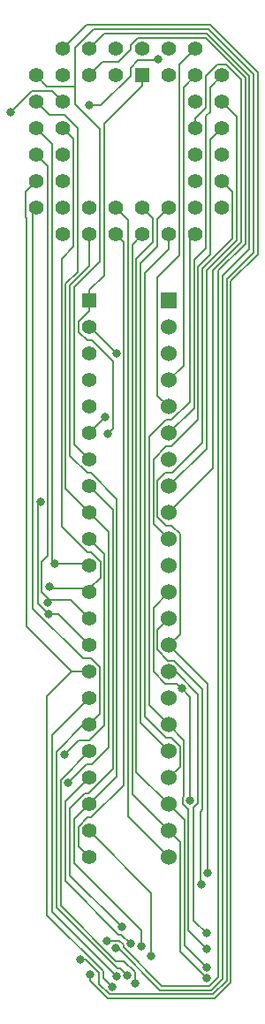
<source format=gbr>
%TF.GenerationSoftware,KiCad,Pcbnew,(6.0.4)*%
%TF.CreationDate,2022-05-05T12:14:13+01:00*%
%TF.ProjectId,LCC-QFP-44-to-DIL,4c43432d-5146-4502-9d34-342d746f2d44,rev?*%
%TF.SameCoordinates,Original*%
%TF.FileFunction,Copper,L2,Bot*%
%TF.FilePolarity,Positive*%
%FSLAX46Y46*%
G04 Gerber Fmt 4.6, Leading zero omitted, Abs format (unit mm)*
G04 Created by KiCad (PCBNEW (6.0.4)) date 2022-05-05 12:14:13*
%MOMM*%
%LPD*%
G01*
G04 APERTURE LIST*
%TA.AperFunction,ComponentPad*%
%ADD10R,1.422400X1.422400*%
%TD*%
%TA.AperFunction,ComponentPad*%
%ADD11C,1.422400*%
%TD*%
%TA.AperFunction,ComponentPad*%
%ADD12R,1.524000X1.524000*%
%TD*%
%TA.AperFunction,ComponentPad*%
%ADD13C,1.524000*%
%TD*%
%TA.AperFunction,ViaPad*%
%ADD14C,0.800000*%
%TD*%
%TA.AperFunction,Conductor*%
%ADD15C,0.200000*%
%TD*%
G04 APERTURE END LIST*
D10*
%TO.P,IC1,1,PIN1*%
%TO.N,/PIN01*%
X142240000Y-71120000D03*
D11*
%TO.P,IC1,2,PIN2*%
%TO.N,/PIN02*%
X139700000Y-68580000D03*
%TO.P,IC1,3,PIN3*%
%TO.N,/PIN03*%
X139700000Y-71120000D03*
%TO.P,IC1,4,PIN4*%
%TO.N,/PIN04*%
X137160000Y-68580000D03*
%TO.P,IC1,5,PIN5*%
%TO.N,/PIN05*%
X137160000Y-71120000D03*
%TO.P,IC1,6,PIN6*%
%TO.N,/PIN06*%
X134620000Y-68580000D03*
%TO.P,IC1,7,PIN7*%
%TO.N,/PIN07*%
X132080000Y-71120000D03*
%TO.P,IC1,8,PIN8*%
%TO.N,/PIN08*%
X134620000Y-71120000D03*
%TO.P,IC1,9,PIN9*%
%TO.N,/PIN09*%
X132080000Y-73660000D03*
%TO.P,IC1,10,PIN10*%
%TO.N,/PIN10*%
X134620000Y-73660000D03*
%TO.P,IC1,11,PIN11*%
%TO.N,/PIN11*%
X132080000Y-76200000D03*
%TO.P,IC1,12,PIN12*%
%TO.N,/PIN12*%
X134620000Y-76200000D03*
%TO.P,IC1,13,PIN13*%
%TO.N,/PIN13*%
X132080000Y-78740000D03*
%TO.P,IC1,14,PIN14*%
%TO.N,/PIN14*%
X134620000Y-78740000D03*
%TO.P,IC1,15,PIN15*%
%TO.N,/PIN15*%
X132080000Y-81280000D03*
%TO.P,IC1,16,PIN16*%
%TO.N,/PIN16*%
X134620000Y-81280000D03*
%TO.P,IC1,17,PIN17*%
%TO.N,/PIN17*%
X132080000Y-83820000D03*
%TO.P,IC1,18,PIN18*%
%TO.N,/PIN18*%
X134620000Y-86360000D03*
%TO.P,IC1,19,PIN19*%
%TO.N,/PIN19*%
X134620000Y-83820000D03*
%TO.P,IC1,20,PIN20*%
%TO.N,/PIN20*%
X137160000Y-86360000D03*
%TO.P,IC1,21,PIN21*%
%TO.N,/PIN21*%
X137160000Y-83820000D03*
%TO.P,IC1,22,PIN22*%
%TO.N,/PIN22*%
X139700000Y-86360000D03*
%TO.P,IC1,23,PIN23*%
%TO.N,/PIN23*%
X139700000Y-83820000D03*
%TO.P,IC1,24,PIN24*%
%TO.N,/PIN24*%
X142240000Y-86360000D03*
%TO.P,IC1,25,PIN25*%
%TO.N,/PIN25*%
X142240000Y-83820000D03*
%TO.P,IC1,26,PIN26*%
%TO.N,/PIN26*%
X144780000Y-86360000D03*
%TO.P,IC1,27,PIN27*%
%TO.N,/PIN27*%
X144780000Y-83820000D03*
%TO.P,IC1,28,PIN28*%
%TO.N,/PIN28*%
X147320000Y-86360000D03*
%TO.P,IC1,29,PIN29*%
%TO.N,/PIN29*%
X149860000Y-83820000D03*
%TO.P,IC1,30,PIN30*%
%TO.N,/PIN30*%
X147320000Y-83820000D03*
%TO.P,IC1,31,PIN31*%
%TO.N,/PIN31*%
X149860000Y-81280000D03*
%TO.P,IC1,32,PIN32*%
%TO.N,/PIN32*%
X147320000Y-81280000D03*
%TO.P,IC1,33,PIN33*%
%TO.N,/PIN33*%
X149860000Y-78740000D03*
%TO.P,IC1,34,PIN34*%
%TO.N,/PIN34*%
X147320000Y-78740000D03*
%TO.P,IC1,35,PIN35*%
%TO.N,/PIN35*%
X149860000Y-76200000D03*
%TO.P,IC1,36,PIN36*%
%TO.N,/PIN36*%
X147320000Y-76200000D03*
%TO.P,IC1,37,PIN37*%
%TO.N,/PIN37*%
X149860000Y-73660000D03*
%TO.P,IC1,38,PIN38*%
%TO.N,/PIN38*%
X147320000Y-73660000D03*
%TO.P,IC1,39,PIN39*%
%TO.N,/PIN39*%
X149860000Y-71120000D03*
%TO.P,IC1,40,PIN40*%
%TO.N,/PIN40*%
X147320000Y-68580000D03*
%TO.P,IC1,41,PIN41*%
%TO.N,/PIN41*%
X147320000Y-71120000D03*
%TO.P,IC1,42,PIN42*%
%TO.N,/PIN42*%
X144780000Y-68580000D03*
%TO.P,IC1,43,PIN43*%
%TO.N,/PIN43*%
X144780000Y-71120000D03*
%TO.P,IC1,44,PIN44*%
%TO.N,/PIN44*%
X142240000Y-68580000D03*
%TD*%
D10*
%TO.P,J1-22,1,Pin_1*%
%TO.N,/PIN01*%
X137160000Y-92710000D03*
D11*
%TO.P,J1-22,2,Pin_2*%
%TO.N,/PIN02*%
X137160000Y-95250000D03*
%TO.P,J1-22,3,Pin_3*%
%TO.N,/PIN03*%
X137160000Y-97790000D03*
%TO.P,J1-22,4,Pin_4*%
%TO.N,/PIN04*%
X137160000Y-100330000D03*
%TO.P,J1-22,5,Pin_5*%
%TO.N,/PIN05*%
X137160000Y-102870000D03*
%TO.P,J1-22,6,Pin_6*%
%TO.N,/PIN06*%
X137160000Y-105410000D03*
%TO.P,J1-22,7,Pin_7*%
%TO.N,/PIN07*%
X137160000Y-107950000D03*
%TO.P,J1-22,8,Pin_8*%
%TO.N,/PIN08*%
X137160000Y-110490000D03*
%TO.P,J1-22,9,Pin_9*%
%TO.N,/PIN09*%
X137160000Y-113030000D03*
%TO.P,J1-22,10,Pin_10*%
%TO.N,/PIN10*%
X137160000Y-115570000D03*
%TO.P,J1-22,11,Pin_11*%
%TO.N,/PIN11*%
X137160000Y-118110000D03*
%TO.P,J1-22,12,Pin_12*%
%TO.N,/PIN12*%
X137160000Y-120650000D03*
%TO.P,J1-22,13,Pin_13*%
%TO.N,/PIN13*%
X137160000Y-123190000D03*
%TO.P,J1-22,14,Pin_14*%
%TO.N,/PIN14*%
X137160000Y-125730000D03*
%TO.P,J1-22,15,Pin_15*%
%TO.N,/PIN15*%
X137160000Y-128270000D03*
%TO.P,J1-22,16,Pin_16*%
%TO.N,/PIN16*%
X137160000Y-130810000D03*
%TO.P,J1-22,17,Pin_17*%
%TO.N,/PIN17*%
X137160000Y-133350000D03*
%TO.P,J1-22,18,Pin_18*%
%TO.N,/PIN18*%
X137160000Y-135890000D03*
%TO.P,J1-22,19,Pin_19*%
%TO.N,/PIN19*%
X137160000Y-138430000D03*
%TO.P,J1-22,20,Pin_20*%
%TO.N,/PIN20*%
X137160000Y-140970000D03*
%TO.P,J1-22,21,Pin_21*%
%TO.N,/PIN21*%
X137160000Y-143510000D03*
%TO.P,J1-22,22,Pin_22*%
%TO.N,/PIN22*%
X137160000Y-146050000D03*
%TD*%
D12*
%TO.P,J23-44,1,Pin_1*%
%TO.N,/PIN44*%
X144780000Y-92710000D03*
D13*
%TO.P,J23-44,2,Pin_2*%
%TO.N,/PIN43*%
X144780000Y-95250000D03*
%TO.P,J23-44,3,Pin_3*%
%TO.N,/PIN42*%
X144780000Y-97790000D03*
%TO.P,J23-44,4,Pin_4*%
%TO.N,/PIN41*%
X144780000Y-100330000D03*
%TO.P,J23-44,5,Pin_5*%
%TO.N,/PIN40*%
X144780000Y-102870000D03*
%TO.P,J23-44,6,Pin_6*%
%TO.N,/PIN39*%
X144780000Y-105410000D03*
%TO.P,J23-44,7,Pin_7*%
%TO.N,/PIN38*%
X144780000Y-107950000D03*
%TO.P,J23-44,8,Pin_8*%
%TO.N,/PIN37*%
X144780000Y-110490000D03*
%TO.P,J23-44,9,Pin_9*%
%TO.N,/PIN36*%
X144780000Y-113030000D03*
%TO.P,J23-44,10,Pin_10*%
%TO.N,/PIN35*%
X144780000Y-115570000D03*
%TO.P,J23-44,11,Pin_11*%
%TO.N,/PIN34*%
X144780000Y-118110000D03*
%TO.P,J23-44,12,Pin_12*%
%TO.N,/PIN33*%
X144780000Y-120650000D03*
%TO.P,J23-44,13,Pin_13*%
%TO.N,/PIN32*%
X144780000Y-123190000D03*
%TO.P,J23-44,14,Pin_14*%
%TO.N,/PIN31*%
X144780000Y-125730000D03*
%TO.P,J23-44,15,Pin_15*%
%TO.N,/PIN30*%
X144780000Y-128270000D03*
%TO.P,J23-44,16,Pin_16*%
%TO.N,/PIN29*%
X144780000Y-130810000D03*
%TO.P,J23-44,17,Pin_17*%
%TO.N,/PIN28*%
X144780000Y-133350000D03*
%TO.P,J23-44,18,Pin_18*%
%TO.N,/PIN27*%
X144780000Y-135890000D03*
%TO.P,J23-44,19,Pin_19*%
%TO.N,/PIN26*%
X144780000Y-138430000D03*
%TO.P,J23-44,20,Pin_20*%
%TO.N,/PIN25*%
X144780000Y-140970000D03*
%TO.P,J23-44,21,Pin_21*%
%TO.N,/PIN24*%
X144780000Y-143510000D03*
%TO.P,J23-44,22,Pin_22*%
%TO.N,/PIN23*%
X144780000Y-146050000D03*
%TD*%
D14*
%TO.N,/PIN01*%
X138899200Y-105453700D03*
%TO.N,/PIN02*%
X139769100Y-97744600D03*
%TO.N,/PIN04*%
X139719100Y-154777000D03*
%TO.N,/PIN05*%
X138816000Y-154073900D03*
%TO.N,/PIN06*%
X138698300Y-103871700D03*
X137234900Y-157324100D03*
%TO.N,/PIN07*%
X136293600Y-155867200D03*
%TO.N,/PIN08*%
X140282500Y-152750900D03*
%TO.N,/PIN09*%
X135135800Y-138945100D03*
%TO.N,/PIN10*%
X134794400Y-136172100D03*
X129611700Y-74697700D03*
%TO.N,/PIN11*%
X133834300Y-117887600D03*
%TO.N,/PIN12*%
X133336900Y-120090200D03*
%TO.N,/PIN13*%
X133139500Y-121615700D03*
%TO.N,/PIN14*%
X132486300Y-111989300D03*
X133303800Y-122790000D03*
%TO.N,/PIN15*%
X139370000Y-158465800D03*
%TO.N,/PIN16*%
X139780800Y-157432500D03*
%TO.N,/PIN17*%
X140820000Y-157395800D03*
%TO.N,/PIN18*%
X141520300Y-158130200D03*
%TO.N,/PIN19*%
X141119800Y-154368900D03*
%TO.N,/PIN20*%
X142127300Y-154558700D03*
%TO.N,/PIN21*%
X143112200Y-155543600D03*
X143768400Y-69589000D03*
X137160000Y-74022400D03*
%TO.N,/PIN24*%
X148381700Y-157630800D03*
%TO.N,/PIN25*%
X148391800Y-156630400D03*
%TO.N,/PIN28*%
X148398400Y-154827000D03*
%TO.N,/PIN30*%
X148378200Y-153298500D03*
%TO.N,/PIN31*%
X148504300Y-147580700D03*
%TO.N,/PIN32*%
X147879800Y-148671600D03*
%TO.N,/PIN33*%
X146050000Y-129891400D03*
X146835900Y-140629200D03*
%TD*%
D15*
%TO.N,/PIN01*%
X137160000Y-93721500D02*
X136148400Y-94733100D01*
X137160000Y-91698500D02*
X138571900Y-90286600D01*
X136148400Y-94733100D02*
X136148400Y-95717500D01*
X138571900Y-75799600D02*
X142240000Y-72131500D01*
X137371700Y-96520000D02*
X139413600Y-98561900D01*
X139413600Y-104939300D02*
X138899200Y-105453700D01*
X136148400Y-95717500D02*
X136950900Y-96520000D01*
X137160000Y-92710000D02*
X137160000Y-93721500D01*
X142240000Y-71120000D02*
X142240000Y-72131500D01*
X138571900Y-90286600D02*
X138571900Y-75799600D01*
X136950900Y-96520000D02*
X137371700Y-96520000D01*
X139413600Y-98561900D02*
X139413600Y-104939300D01*
X137160000Y-92710000D02*
X137160000Y-91698500D01*
%TO.N,/PIN02*%
X137274500Y-95250000D02*
X139769100Y-97744600D01*
X137160000Y-95250000D02*
X137274500Y-95250000D01*
%TO.N,/PIN04*%
X149937800Y-90309000D02*
X149937800Y-157699600D01*
X148858800Y-158778600D02*
X143915300Y-158778600D01*
X152507500Y-87739300D02*
X149937800Y-90309000D01*
X148439000Y-67110300D02*
X152507500Y-71178800D01*
X137160000Y-68580000D02*
X138629700Y-67110300D01*
X149937800Y-157699600D02*
X148858800Y-158778600D01*
X139913700Y-154777000D02*
X139719100Y-154777000D01*
X152507500Y-71178800D02*
X152507500Y-87739300D01*
X143915300Y-158778600D02*
X139913700Y-154777000D01*
X138629700Y-67110300D02*
X148439000Y-67110300D01*
%TO.N,/PIN05*%
X140419500Y-154693300D02*
X140419500Y-154436000D01*
X152107200Y-87234600D02*
X149496100Y-89845700D01*
X141111900Y-68657000D02*
X141111900Y-68248700D01*
X139918900Y-69850000D02*
X141111900Y-68657000D01*
X138430000Y-69850000D02*
X139918900Y-69850000D01*
X141814400Y-67546200D02*
X148308800Y-67546200D01*
X140419500Y-154436000D02*
X140057400Y-154073900D01*
X140057400Y-154073900D02*
X138816000Y-154073900D01*
X144090600Y-158364400D02*
X140419500Y-154693300D01*
X148706900Y-158364400D02*
X144090600Y-158364400D01*
X137160000Y-71120000D02*
X138430000Y-69850000D01*
X149496100Y-157575200D02*
X148706900Y-158364400D01*
X148308800Y-67546200D02*
X152107200Y-71344600D01*
X149496100Y-89845700D02*
X149496100Y-157575200D01*
X152107200Y-71344600D02*
X152107200Y-87234600D01*
X141111900Y-68248700D02*
X141814400Y-67546200D01*
%TO.N,/PIN06*%
X138940600Y-159595800D02*
X149173800Y-159595800D01*
X136890300Y-66309700D02*
X134620000Y-68580000D01*
X150738400Y-90867700D02*
X153308100Y-88298000D01*
X137234900Y-157890100D02*
X138940600Y-159595800D01*
X149173800Y-159595800D02*
X150738400Y-158031200D01*
X137160000Y-105410000D02*
X138698300Y-103871700D01*
X148770600Y-66309700D02*
X136890300Y-66309700D01*
X153308100Y-70847200D02*
X148770600Y-66309700D01*
X137234900Y-157324100D02*
X137234900Y-157890100D01*
X153308100Y-88298000D02*
X153308100Y-70847200D01*
X150738400Y-158031200D02*
X150738400Y-90867700D01*
%TO.N,/PIN07*%
X152907800Y-88132200D02*
X150338100Y-90701900D01*
X132080000Y-71120000D02*
X133135000Y-72175000D01*
X135828700Y-73915000D02*
X135828700Y-72175000D01*
X133135000Y-72175000D02*
X135828700Y-72175000D01*
X138171500Y-89005600D02*
X138171500Y-76257800D01*
X135732400Y-91444700D02*
X138171500Y-89005600D01*
X148604800Y-66710000D02*
X152907800Y-71013000D01*
X137160000Y-107950000D02*
X135732400Y-106522400D01*
X150338100Y-90701900D02*
X150338100Y-157865400D01*
X135828700Y-68435400D02*
X137554100Y-66710000D01*
X139104700Y-159193800D02*
X138098500Y-158187600D01*
X138171500Y-76257800D02*
X135828700Y-73915000D01*
X138098500Y-157134000D02*
X136831700Y-155867200D01*
X135732400Y-106522400D02*
X135732400Y-91444700D01*
X152907800Y-71013000D02*
X152907800Y-88132200D01*
X138098500Y-158187600D02*
X138098500Y-157134000D01*
X150338100Y-157865400D02*
X149009700Y-159193800D01*
X135828700Y-72175000D02*
X135828700Y-68435400D01*
X137554100Y-66710000D02*
X148604800Y-66710000D01*
X149009700Y-159193800D02*
X139104700Y-159193800D01*
X136831700Y-155867200D02*
X136293600Y-155867200D01*
%TO.N,/PIN08*%
X135316800Y-141338100D02*
X135316800Y-147785200D01*
X137160000Y-110490000D02*
X139419700Y-112749700D01*
X136698300Y-139956600D02*
X135316800Y-141338100D01*
X137068800Y-139956600D02*
X136698300Y-139956600D01*
X139419700Y-112749700D02*
X139419700Y-137605700D01*
X135316800Y-147785200D02*
X140282500Y-152750900D01*
X139419700Y-137605700D02*
X137068800Y-139956600D01*
%TO.N,/PIN09*%
X132080000Y-73660000D02*
X133350000Y-74930000D01*
X139019400Y-114889400D02*
X139019400Y-135530600D01*
X134789000Y-74930000D02*
X136048400Y-76189400D01*
X137160000Y-113030000D02*
X139019400Y-114889400D01*
X136048400Y-89947600D02*
X134893000Y-91103000D01*
X133350000Y-74930000D02*
X134789000Y-74930000D01*
X134893000Y-110763000D02*
X137160000Y-113030000D01*
X137390000Y-137160000D02*
X136920900Y-137160000D01*
X139019400Y-135530600D02*
X137390000Y-137160000D01*
X134893000Y-91103000D02*
X134893000Y-110763000D01*
X136048400Y-76189400D02*
X136048400Y-89947600D01*
X136920900Y-137160000D02*
X135135800Y-138945100D01*
%TO.N,/PIN10*%
X137185800Y-134817100D02*
X136149400Y-134817100D01*
X137160000Y-115570000D02*
X138618500Y-117028500D01*
X138618500Y-133384400D02*
X137185800Y-134817100D01*
X136149400Y-134817100D02*
X134794400Y-136172100D01*
X138618500Y-117028500D02*
X138618500Y-133384400D01*
X133605700Y-72645700D02*
X134620000Y-73660000D01*
X131663700Y-72645700D02*
X133605700Y-72645700D01*
X129611700Y-74697700D02*
X131663700Y-72645700D01*
%TO.N,/PIN11*%
X133834300Y-117887600D02*
X133603000Y-117656300D01*
X137160000Y-118110000D02*
X136937600Y-117887600D01*
X133603000Y-77723000D02*
X132080000Y-76200000D01*
X133603000Y-117656300D02*
X133603000Y-77723000D01*
X136937600Y-117887600D02*
X133834300Y-117887600D01*
%TO.N,/PIN12*%
X137160000Y-120301800D02*
X133548500Y-120301800D01*
X138218100Y-117735200D02*
X138218100Y-119243700D01*
X137160000Y-120301800D02*
X137160000Y-120650000D01*
X135648000Y-77228000D02*
X135648000Y-87537400D01*
X134492600Y-114376800D02*
X136955800Y-116840000D01*
X134492600Y-88692800D02*
X134492600Y-114376800D01*
X136955800Y-116840000D02*
X137322900Y-116840000D01*
X138218100Y-119243700D02*
X137160000Y-120301800D01*
X133548500Y-120301800D02*
X133336900Y-120090200D01*
X134620000Y-76200000D02*
X135648000Y-77228000D01*
X135648000Y-87537400D02*
X134492600Y-88692800D01*
X137322900Y-116840000D02*
X138218100Y-117735200D01*
%TO.N,/PIN13*%
X133359300Y-121395900D02*
X133139500Y-121615700D01*
X132613200Y-120649800D02*
X132613200Y-117782000D01*
X133202600Y-117192600D02*
X133202600Y-79862600D01*
X135365900Y-121395900D02*
X133359300Y-121395900D01*
X137160000Y-123190000D02*
X135365900Y-121395900D01*
X133359300Y-121395900D02*
X132613200Y-120649800D01*
X132613200Y-117782000D02*
X133202600Y-117192600D01*
X133202600Y-79862600D02*
X132080000Y-78740000D01*
%TO.N,/PIN14*%
X133303800Y-122790000D02*
X132212800Y-121699000D01*
X134220000Y-122790000D02*
X133303800Y-122790000D01*
X137160000Y-125730000D02*
X134220000Y-122790000D01*
X132212800Y-112262800D02*
X132486300Y-111989300D01*
X132212800Y-121699000D02*
X132212800Y-112262800D01*
%TO.N,/PIN15*%
X131129000Y-123919900D02*
X135479100Y-128270000D01*
X131057700Y-84768900D02*
X131129000Y-84840200D01*
X138498900Y-157594700D02*
X139370000Y-158465800D01*
X131129000Y-84840200D02*
X131129000Y-123919900D01*
X133126700Y-151596100D02*
X138498900Y-156968300D01*
X131057700Y-82302300D02*
X131057700Y-84768900D01*
X133126700Y-130622400D02*
X133126700Y-151596100D01*
X138498900Y-156968300D02*
X138498900Y-157594700D01*
X132080000Y-81280000D02*
X131057700Y-82302300D01*
X135479100Y-128270000D02*
X133126700Y-130622400D01*
X135479100Y-128270000D02*
X137160000Y-128270000D01*
%TO.N,/PIN16*%
X133589400Y-151241100D02*
X139780800Y-157432500D01*
X137160000Y-130810000D02*
X133589400Y-134380600D01*
X133589400Y-134380600D02*
X133589400Y-151241100D01*
%TO.N,/PIN17*%
X138171600Y-132338400D02*
X137160000Y-133350000D01*
X131770000Y-122246500D02*
X136523500Y-127000000D01*
X140820000Y-157395800D02*
X140156400Y-156732200D01*
X133989800Y-150831700D02*
X133989800Y-135950700D01*
X139890300Y-156732200D02*
X133989800Y-150831700D01*
X136523500Y-127000000D02*
X137332500Y-127000000D01*
X131770000Y-84130000D02*
X131770000Y-122246500D01*
X132080000Y-83820000D02*
X131770000Y-84130000D01*
X133989800Y-135950700D02*
X136590500Y-133350000D01*
X136590500Y-133350000D02*
X137160000Y-133350000D01*
X137332500Y-127000000D02*
X138171600Y-127839100D01*
X140156400Y-156732200D02*
X139890300Y-156732200D01*
X138171600Y-127839100D02*
X138171600Y-132338400D01*
%TO.N,/PIN18*%
X141520300Y-158130200D02*
X141520300Y-157041800D01*
X134411000Y-138639000D02*
X137160000Y-135890000D01*
X139735500Y-156011300D02*
X134411000Y-150686800D01*
X134411000Y-150686800D02*
X134411000Y-138639000D01*
X141520300Y-157041800D02*
X140489800Y-156011300D01*
X140489800Y-156011300D02*
X139735500Y-156011300D01*
%TO.N,/PIN19*%
X139992500Y-153451200D02*
X140202100Y-153451200D01*
X134860700Y-140729300D02*
X134860700Y-148319400D01*
X137160000Y-138430000D02*
X134860700Y-140729300D01*
X134860700Y-148319400D02*
X139992500Y-153451200D01*
X140202100Y-153451200D02*
X141119800Y-154368900D01*
%TO.N,/PIN20*%
X137329400Y-109220000D02*
X139820000Y-111710600D01*
X137160000Y-140970000D02*
X135722000Y-142408000D01*
X135722000Y-146633600D02*
X142127300Y-153038900D01*
X139820000Y-111710600D02*
X139820000Y-138310000D01*
X135722000Y-142408000D02*
X135722000Y-146633600D01*
X137160000Y-86360000D02*
X137160000Y-89402300D01*
X135328300Y-91234000D02*
X135328300Y-107588100D01*
X139820000Y-138310000D02*
X137160000Y-140970000D01*
X135328300Y-107588100D02*
X136960200Y-109220000D01*
X136960200Y-109220000D02*
X137329400Y-109220000D01*
X142127300Y-153038900D02*
X142127300Y-154558700D01*
X137160000Y-89402300D02*
X135328300Y-91234000D01*
%TO.N,/PIN21*%
X137160000Y-143510000D02*
X143112200Y-149462200D01*
X141806600Y-69693700D02*
X141111700Y-70388600D01*
X143768400Y-69589000D02*
X143663700Y-69693700D01*
X141111700Y-70388600D02*
X141111700Y-71151200D01*
X143663700Y-69693700D02*
X141806600Y-69693700D01*
X138240500Y-74022400D02*
X137160000Y-74022400D01*
X141111700Y-71151200D02*
X138240500Y-74022400D01*
X143112200Y-149462200D02*
X143112200Y-155543600D01*
%TO.N,/PIN22*%
X140469500Y-87129500D02*
X140469500Y-139131600D01*
X140469500Y-139131600D02*
X137361100Y-142240000D01*
X136122400Y-143114800D02*
X136122400Y-145012400D01*
X137361100Y-142240000D02*
X136997200Y-142240000D01*
X136122400Y-145012400D02*
X137160000Y-146050000D01*
X136997200Y-142240000D02*
X136122400Y-143114800D01*
X139700000Y-86360000D02*
X140469500Y-87129500D01*
%TO.N,/PIN23*%
X144780000Y-146050000D02*
X140869900Y-142139900D01*
X140869900Y-84989900D02*
X139700000Y-83820000D01*
X140869900Y-142139900D02*
X140869900Y-84989900D01*
%TO.N,/PIN24*%
X144780000Y-143510000D02*
X141270300Y-140000300D01*
X145869500Y-155118600D02*
X145869500Y-144599500D01*
X141270300Y-140000300D02*
X141270300Y-87329700D01*
X148381700Y-157630800D02*
X145869500Y-155118600D01*
X145869500Y-144599500D02*
X144780000Y-143510000D01*
X141270300Y-87329700D02*
X142240000Y-86360000D01*
%TO.N,/PIN25*%
X143268900Y-87084500D02*
X143268900Y-84848900D01*
X146269800Y-154508400D02*
X148391800Y-156630400D01*
X141671500Y-88681900D02*
X143268900Y-87084500D01*
X141671500Y-137861500D02*
X141671500Y-88681900D01*
X144780000Y-140970000D02*
X146269800Y-142459800D01*
X143268900Y-84848900D02*
X142240000Y-83820000D01*
X146269800Y-142459800D02*
X146269800Y-154508400D01*
X144780000Y-140970000D02*
X141671500Y-137861500D01*
%TO.N,/PIN26*%
X144780000Y-138430000D02*
X145844100Y-137365900D01*
X145029900Y-134620000D02*
X144527700Y-134620000D01*
X145844100Y-137365900D02*
X145844100Y-135434200D01*
X144527700Y-134620000D02*
X142485300Y-132577600D01*
X144780000Y-87760200D02*
X144780000Y-86360000D01*
X142485300Y-90054900D02*
X144780000Y-87760200D01*
X142485300Y-132577600D02*
X142485300Y-90054900D01*
X145844100Y-135434200D02*
X145029900Y-134620000D01*
%TO.N,/PIN27*%
X142074800Y-133184800D02*
X142074800Y-89127700D01*
X142074800Y-89127700D02*
X143717700Y-87484800D01*
X143717700Y-84882300D02*
X144780000Y-83820000D01*
X144780000Y-135890000D02*
X142074800Y-133184800D01*
X143717700Y-87484800D02*
X143717700Y-84882300D01*
%TO.N,/PIN28*%
X142900600Y-105763400D02*
X142900600Y-131470600D01*
X146135600Y-140919400D02*
X146670200Y-141454000D01*
X145046600Y-104140000D02*
X144524000Y-104140000D01*
X144780000Y-133350000D02*
X146247200Y-134817200D01*
X146135600Y-140339200D02*
X146135600Y-140919400D01*
X147320000Y-86360000D02*
X146790500Y-86889500D01*
X142900600Y-131470600D02*
X144780000Y-133350000D01*
X146670200Y-141454000D02*
X146670200Y-153098800D01*
X144524000Y-104140000D02*
X142900600Y-105763400D01*
X146247200Y-140227600D02*
X146135600Y-140339200D01*
X146247200Y-134817200D02*
X146247200Y-140227600D01*
X146790500Y-102396100D02*
X145046600Y-104140000D01*
X146670200Y-153098800D02*
X148398400Y-154827000D01*
X146790500Y-86889500D02*
X146790500Y-102396100D01*
%TO.N,/PIN30*%
X147579700Y-130430700D02*
X147579700Y-140876000D01*
X145419000Y-128270000D02*
X147579700Y-130430700D01*
X147179500Y-141276200D02*
X147179500Y-152099800D01*
X144780000Y-128270000D02*
X145419000Y-128270000D01*
X147179500Y-152099800D02*
X148378200Y-153298500D01*
X147579700Y-140876000D02*
X147179500Y-141276200D01*
%TO.N,/PIN31*%
X144539900Y-114300000D02*
X145056900Y-114300000D01*
X145842400Y-115085500D02*
X145842400Y-124667600D01*
X148504300Y-147580700D02*
X148504300Y-129454300D01*
X145082200Y-109220000D02*
X144472000Y-109220000D01*
X145842400Y-124667600D02*
X144780000Y-125730000D01*
X150884700Y-86758600D02*
X147991400Y-89651900D01*
X148504300Y-129454300D02*
X144780000Y-125730000D01*
X143701300Y-109990700D02*
X143701300Y-113461400D01*
X144472000Y-109220000D02*
X143701300Y-109990700D01*
X147991400Y-89651900D02*
X147991400Y-106310800D01*
X149860000Y-81280000D02*
X150884700Y-82304700D01*
X143701300Y-113461400D02*
X144539900Y-114300000D01*
X145056900Y-114300000D02*
X145842400Y-115085500D01*
X147991400Y-106310800D02*
X145082200Y-109220000D01*
X150884700Y-82304700D02*
X150884700Y-86758600D01*
%TO.N,/PIN32*%
X147803900Y-148595700D02*
X147879800Y-148671600D01*
X143701400Y-124268600D02*
X143701400Y-126173800D01*
X144724900Y-127197300D02*
X145247800Y-127197300D01*
X145247800Y-127197300D02*
X148004200Y-129953700D01*
X147803900Y-141678000D02*
X147803900Y-148595700D01*
X144780000Y-123190000D02*
X143701400Y-124268600D01*
X148004200Y-141477700D02*
X147803900Y-141678000D01*
X143701400Y-126173800D02*
X144724900Y-127197300D01*
X148004200Y-129953700D02*
X148004200Y-141477700D01*
%TO.N,/PIN33*%
X143301000Y-128293300D02*
X144406000Y-129398300D01*
X146050000Y-129891400D02*
X146835900Y-130677300D01*
X144406000Y-129398300D02*
X145556900Y-129398300D01*
X145556900Y-129398300D02*
X146050000Y-129891400D01*
X144780000Y-120650000D02*
X143301000Y-122129000D01*
X146835900Y-130677300D02*
X146835900Y-140629200D01*
X143301000Y-122129000D02*
X143301000Y-128293300D01*
%TO.N,/PIN35*%
X149860000Y-76200000D02*
X148783000Y-77277000D01*
X148783000Y-77277000D02*
X148783000Y-88294100D01*
X148783000Y-88294100D02*
X147591100Y-89486000D01*
X145060000Y-106680000D02*
X144546000Y-106680000D01*
X147591100Y-89486000D02*
X147591100Y-104148900D01*
X147591100Y-104148900D02*
X145060000Y-106680000D01*
X143300900Y-114090900D02*
X144780000Y-115570000D01*
X144546000Y-106680000D02*
X143300900Y-107925100D01*
X143300900Y-107925100D02*
X143300900Y-114090900D01*
%TO.N,/PIN36*%
X148992100Y-108817900D02*
X148992100Y-89783500D01*
X148331500Y-74271200D02*
X147320000Y-75282700D01*
X144780000Y-113030000D02*
X148992100Y-108817900D01*
X151706900Y-71510400D02*
X150282400Y-70085900D01*
X149430100Y-70085900D02*
X148331500Y-71184500D01*
X150282400Y-70085900D02*
X149430100Y-70085900D01*
X151706900Y-87068700D02*
X151706900Y-71510400D01*
X147320000Y-75282700D02*
X147320000Y-76200000D01*
X148331500Y-71184500D02*
X148331500Y-74271200D01*
X148992100Y-89783500D02*
X151706900Y-87068700D01*
%TO.N,/PIN37*%
X151303300Y-86906100D02*
X148391800Y-89817600D01*
X151303300Y-75103300D02*
X151303300Y-86906100D01*
X148391800Y-106878200D02*
X144780000Y-110490000D01*
X148391800Y-89817600D02*
X148391800Y-106878200D01*
X149860000Y-73660000D02*
X151303300Y-75103300D01*
%TO.N,/PIN39*%
X148331500Y-75037600D02*
X148731800Y-74637300D01*
X144780000Y-105410000D02*
X147190800Y-102999200D01*
X147190800Y-102999200D02*
X147190800Y-88820200D01*
X148731800Y-72248200D02*
X149860000Y-71120000D01*
X147190800Y-88820200D02*
X148331500Y-87679500D01*
X148731800Y-74637300D02*
X148731800Y-72248200D01*
X148331500Y-87679500D02*
X148331500Y-75037600D01*
%TO.N,/PIN40*%
X143717600Y-90465200D02*
X143717600Y-101807600D01*
X145791600Y-70108400D02*
X145791600Y-88391200D01*
X147320000Y-68580000D02*
X145791600Y-70108400D01*
X145791600Y-88391200D02*
X143717600Y-90465200D01*
X143717600Y-101807600D02*
X144780000Y-102870000D01*
%TO.N,/PIN41*%
X146192000Y-72248000D02*
X147320000Y-71120000D01*
X146192000Y-98918000D02*
X146192000Y-72248000D01*
X144780000Y-100330000D02*
X146192000Y-98918000D01*
%TD*%
M02*

</source>
